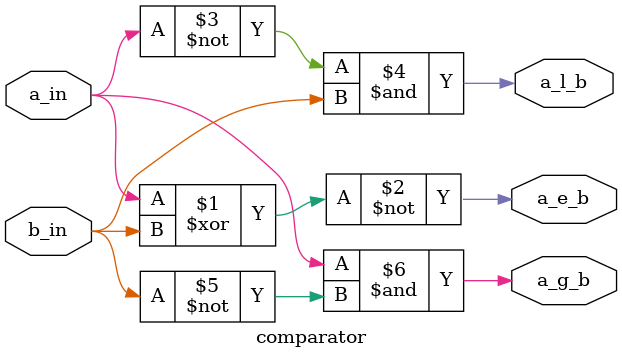
<source format=v>
module comparator (
	input a_in , input b_in ,
	output a_e_b , output a_l_b , output a_g_b 
);

assign a_e_b = ~(a_in^b_in);
assign a_l_b = (~a_in) & b_in ;
assign a_g_b = a_in & (~b_in) ;

endmodule

</source>
